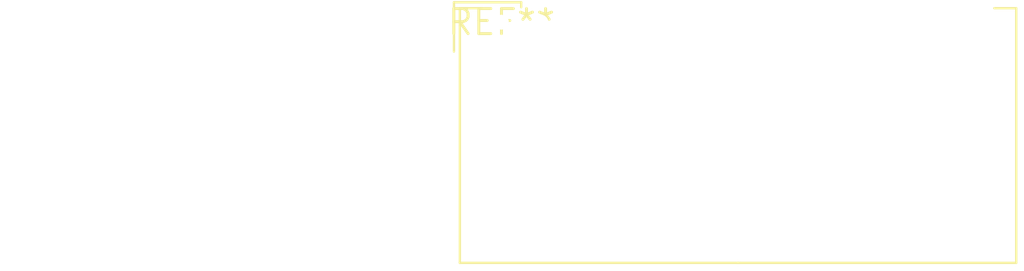
<source format=kicad_pcb>
(kicad_pcb (version 20240108) (generator pcbnew)
  (layers (0 "F.Cu" signal) (31 "B.Cu" signal) (34 "B.Paste" user) (35 "F.Paste" user) (36 "B.SilkS" user "B.Silkscreen") (37 "F.SilkS" user "F.Silkscreen") (38 "B.Mask" user) (39 "F.Mask" user) (44 "Edge.Cuts" user))
  (net 0 "")
  (footprint "JST_PUD_S26B-PUDSS-1_2x13_P2.00mm_Horizontal" (layer "F.Cu") (at 0 0)
    (property "Reference" "REF**")
    (property "Value" "JST_PUD_S26B-PUDSS-1_2x13_P2.00mm_Horizontal")
    (fp_line (start -2.41 -1.01) (end -2.41 1.49) (layer "F.SilkS") (stroke (width 0.12)))
    (fp_line (start -2.11 -0.71) (end -2.11 12.21) (layer "F.SilkS") (stroke (width 0.12)))
    (fp_line (start -2.11 12.21) (end 12 12.21) (layer "F.SilkS") (stroke (width 0.12)))
    (fp_line (start -1 -0.71) (end -2.11 -0.71) (layer "F.SilkS") (stroke (width 0.12)))
    (fp_line (start 1 -1.01) (end -2.41 -1.01) (layer "F.SilkS") (stroke (width 0.12)))
    (fp_line (start 1 -0.76) (end 1 -1.01) (layer "F.SilkS") (stroke (width 0.12)))
    (fp_line (start 25 -0.71) (end 26.11 -0.71) (layer "F.SilkS") (stroke (width 0.12)))
    (fp_line (start 26.11 -0.71) (end 26.11 12.21) (layer "F.SilkS") (stroke (width 0.12)))
    (fp_line (start 26.11 12.21) (end 12 12.21) (layer "F.SilkS") (stroke (width 0.12)))
    (pad "" np_thru_hole circle (at -0.9 9.7) (size 1.65 1.65) (drill 1.65) (layers *.Cu *.Mask))
    (pad "" np_thru_hole circle (at 24.9 9.7) (size 1.65 1.65) (drill 1.65) (layers *.Cu *.Mask))
    (pad "1" thru_hole roundrect (at 0 0) (size 1.2 1.2) (drill 0.75) (layers *.Cu *.Mask) (remove_unused_layers) (roundrect_rratio 0.208333))
    (pad "2" thru_hole circle (at 0 2) (size 1.2 1.2) (drill 0.75) (layers *.Cu *.Mask) (remove_unused_layers))
    (pad "3" thru_hole circle (at 2 0) (size 1.2 1.2) (drill 0.75) (layers *.Cu *.Mask) (remove_unused_layers))
    (pad "4" thru_hole circle (at 2 2) (size 1.2 1.2) (drill 0.75) (layers *.Cu *.Mask) (remove_unused_layers))
    (pad "5" thru_hole circle (at 4 0) (size 1.2 1.2) (drill 0.75) (layers *.Cu *.Mask) (remove_unused_layers))
    (pad "6" thru_hole circle (at 4 2) (size 1.2 1.2) (drill 0.75) (layers *.Cu *.Mask) (remove_unused_layers))
    (pad "7" thru_hole circle (at 6 0) (size 1.2 1.2) (drill 0.75) (layers *.Cu *.Mask) (remove_unused_layers))
    (pad "8" thru_hole circle (at 6 2) (size 1.2 1.2) (drill 0.75) (layers *.Cu *.Mask) (remove_unused_layers))
    (pad "9" thru_hole circle (at 8 0) (size 1.2 1.2) (drill 0.75) (layers *.Cu *.Mask) (remove_unused_layers))
    (pad "10" thru_hole circle (at 8 2) (size 1.2 1.2) (drill 0.75) (layers *.Cu *.Mask) (remove_unused_layers))
    (pad "11" thru_hole circle (at 10 0) (size 1.2 1.2) (drill 0.75) (layers *.Cu *.Mask) (remove_unused_layers))
    (pad "12" thru_hole circle (at 10 2) (size 1.2 1.2) (drill 0.75) (layers *.Cu *.Mask) (remove_unused_layers))
    (pad "13" thru_hole circle (at 12 0) (size 1.2 1.2) (drill 0.75) (layers *.Cu *.Mask) (remove_unused_layers))
    (pad "14" thru_hole circle (at 12 2) (size 1.2 1.2) (drill 0.75) (layers *.Cu *.Mask) (remove_unused_layers))
    (pad "15" thru_hole circle (at 14 0) (size 1.2 1.2) (drill 0.75) (layers *.Cu *.Mask) (remove_unused_layers))
    (pad "16" thru_hole circle (at 14 2) (size 1.2 1.2) (drill 0.75) (layers *.Cu *.Mask) (remove_unused_layers))
    (pad "17" thru_hole circle (at 16 0) (size 1.2 1.2) (drill 0.75) (layers *.Cu *.Mask) (remove_unused_layers))
    (pad "18" thru_hole circle (at 16 2) (size 1.2 1.2) (drill 0.75) (layers *.Cu *.Mask) (remove_unused_layers))
    (pad "19" thru_hole circle (at 18 0) (size 1.2 1.2) (drill 0.75) (layers *.Cu *.Mask) (remove_unused_layers))
    (pad "20" thru_hole circle (at 18 2) (size 1.2 1.2) (drill 0.75) (layers *.Cu *.Mask) (remove_unused_layers))
    (pad "21" thru_hole circle (at 20 0) (size 1.2 1.2) (drill 0.75) (layers *.Cu *.Mask) (remove_unused_layers))
    (pad "22" thru_hole circle (at 20 2) (size 1.2 1.2) (drill 0.75) (layers *.Cu *.Mask) (remove_unused_layers))
    (pad "23" thru_hole circle (at 22 0) (size 1.2 1.2) (drill 0.75) (layers *.Cu *.Mask) (remove_unused_layers))
    (pad "24" thru_hole circle (at 22 2) (size 1.2 1.2) (drill 0.75) (layers *.Cu *.Mask) (remove_unused_layers))
    (pad "25" thru_hole circle (at 24 0) (size 1.2 1.2) (drill 0.75) (layers *.Cu *.Mask) (remove_unused_layers))
    (pad "26" thru_hole circle (at 24 2) (size 1.2 1.2) (drill 0.75) (layers *.Cu *.Mask) (remove_unused_layers))
  )
)
</source>
